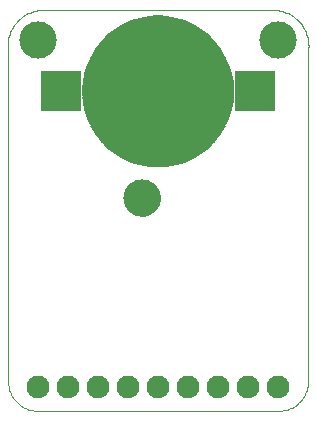
<source format=gbs>
G75*
%MOIN*%
%OFA0B0*%
%FSLAX24Y24*%
%IPPOS*%
%LPD*%
%AMOC8*
5,1,8,0,0,1.08239X$1,22.5*
%
%ADD10C,0.0000*%
%ADD11C,0.1241*%
%ADD12C,0.2560*%
%ADD13R,0.1320X0.1320*%
%ADD14C,0.0050*%
%ADD15C,0.0760*%
D10*
X001756Y001447D02*
X001756Y012403D01*
X001746Y012471D01*
X001741Y012539D01*
X001739Y012607D01*
X001741Y012675D01*
X001747Y012743D01*
X001757Y012811D01*
X001770Y012878D01*
X001788Y012944D01*
X001809Y013009D01*
X001833Y013072D01*
X001861Y013134D01*
X001893Y013195D01*
X001928Y013254D01*
X001966Y013310D01*
X002007Y013365D01*
X002051Y013417D01*
X002098Y013466D01*
X002148Y013513D01*
X002200Y013557D01*
X002255Y013598D01*
X002312Y013635D01*
X002371Y013670D01*
X002431Y013701D01*
X002494Y013729D01*
X002558Y013753D01*
X002623Y013773D01*
X002689Y013790D01*
X002756Y013803D01*
X010756Y013803D01*
X010823Y013790D01*
X010889Y013773D01*
X010954Y013753D01*
X011018Y013729D01*
X011081Y013701D01*
X011141Y013670D01*
X011200Y013635D01*
X011257Y013598D01*
X011312Y013557D01*
X011364Y013513D01*
X011414Y013466D01*
X011461Y013417D01*
X011505Y013365D01*
X011546Y013310D01*
X011584Y013254D01*
X011619Y013195D01*
X011651Y013134D01*
X011679Y013072D01*
X011703Y013009D01*
X011724Y012944D01*
X011742Y012878D01*
X011755Y012811D01*
X011765Y012743D01*
X011771Y012675D01*
X011773Y012607D01*
X011771Y012539D01*
X011766Y012471D01*
X011756Y012403D01*
X011756Y001447D01*
X011754Y001387D01*
X011749Y001326D01*
X011740Y001267D01*
X011727Y001208D01*
X011711Y001149D01*
X011691Y001092D01*
X011668Y001037D01*
X011641Y000982D01*
X011612Y000930D01*
X011579Y000879D01*
X011543Y000830D01*
X011505Y000784D01*
X011463Y000740D01*
X011419Y000698D01*
X011373Y000660D01*
X011324Y000624D01*
X011273Y000591D01*
X011221Y000562D01*
X011166Y000535D01*
X011111Y000512D01*
X011054Y000492D01*
X010995Y000476D01*
X010936Y000463D01*
X010877Y000454D01*
X010816Y000449D01*
X010756Y000447D01*
X002756Y000447D01*
X002696Y000449D01*
X002635Y000454D01*
X002576Y000463D01*
X002517Y000476D01*
X002458Y000492D01*
X002401Y000512D01*
X002346Y000535D01*
X002291Y000562D01*
X002239Y000591D01*
X002188Y000624D01*
X002139Y000660D01*
X002093Y000698D01*
X002049Y000740D01*
X002007Y000784D01*
X001969Y000830D01*
X001933Y000879D01*
X001900Y000930D01*
X001871Y000982D01*
X001844Y001037D01*
X001821Y001092D01*
X001801Y001149D01*
X001785Y001208D01*
X001772Y001267D01*
X001763Y001326D01*
X001758Y001387D01*
X001756Y001447D01*
X005630Y007544D02*
X005632Y007592D01*
X005638Y007640D01*
X005648Y007687D01*
X005661Y007733D01*
X005679Y007778D01*
X005699Y007822D01*
X005724Y007864D01*
X005752Y007903D01*
X005782Y007940D01*
X005816Y007974D01*
X005853Y008006D01*
X005891Y008035D01*
X005932Y008060D01*
X005975Y008082D01*
X006020Y008100D01*
X006066Y008114D01*
X006113Y008125D01*
X006161Y008132D01*
X006209Y008135D01*
X006257Y008134D01*
X006305Y008129D01*
X006353Y008120D01*
X006399Y008108D01*
X006444Y008091D01*
X006488Y008071D01*
X006530Y008048D01*
X006570Y008021D01*
X006608Y007991D01*
X006643Y007958D01*
X006675Y007922D01*
X006705Y007884D01*
X006731Y007843D01*
X006753Y007800D01*
X006773Y007756D01*
X006788Y007711D01*
X006800Y007664D01*
X006808Y007616D01*
X006812Y007568D01*
X006812Y007520D01*
X006808Y007472D01*
X006800Y007424D01*
X006788Y007377D01*
X006773Y007332D01*
X006753Y007288D01*
X006731Y007245D01*
X006705Y007204D01*
X006675Y007166D01*
X006643Y007130D01*
X006608Y007097D01*
X006570Y007067D01*
X006530Y007040D01*
X006488Y007017D01*
X006444Y006997D01*
X006399Y006980D01*
X006353Y006968D01*
X006305Y006959D01*
X006257Y006954D01*
X006209Y006953D01*
X006161Y006956D01*
X006113Y006963D01*
X006066Y006974D01*
X006020Y006988D01*
X005975Y007006D01*
X005932Y007028D01*
X005891Y007053D01*
X005853Y007082D01*
X005816Y007114D01*
X005782Y007148D01*
X005752Y007185D01*
X005724Y007224D01*
X005699Y007266D01*
X005679Y007310D01*
X005661Y007355D01*
X005648Y007401D01*
X005638Y007448D01*
X005632Y007496D01*
X005630Y007544D01*
D11*
X006221Y007544D03*
X002756Y012803D03*
X010756Y012803D03*
D12*
X006756Y011097D03*
D13*
X003518Y011097D03*
X009994Y011097D03*
D14*
X009256Y011097D02*
X009238Y010795D01*
X009183Y010498D01*
X009094Y010210D01*
X008970Y009935D01*
X008814Y009677D01*
X008627Y009439D01*
X008414Y009225D01*
X005099Y009225D01*
X005098Y009225D02*
X005336Y009039D01*
X005594Y008883D01*
X005870Y008759D01*
X006158Y008669D01*
X006455Y008615D01*
X006756Y008597D01*
X007057Y008615D01*
X007354Y008669D01*
X007643Y008759D01*
X007918Y008883D01*
X008176Y009039D01*
X008414Y009225D01*
X008462Y009274D02*
X005050Y009274D01*
X005001Y009322D02*
X008511Y009322D01*
X008559Y009371D02*
X004953Y009371D01*
X004904Y009419D02*
X008608Y009419D01*
X008650Y009468D02*
X004862Y009468D01*
X004885Y009439D02*
X005098Y009225D01*
X005160Y009177D02*
X008352Y009177D01*
X008290Y009128D02*
X005222Y009128D01*
X005284Y009080D02*
X008228Y009080D01*
X008163Y009031D02*
X005349Y009031D01*
X005429Y008983D02*
X008083Y008983D01*
X008003Y008934D02*
X005510Y008934D01*
X005590Y008886D02*
X007922Y008886D01*
X007816Y008837D02*
X005696Y008837D01*
X005804Y008789D02*
X007708Y008789D01*
X007582Y008740D02*
X005930Y008740D01*
X006086Y008692D02*
X007426Y008692D01*
X007212Y008643D02*
X006300Y008643D01*
X004885Y009439D02*
X004699Y009677D01*
X004542Y009935D01*
X004419Y010210D01*
X004329Y010498D01*
X004274Y010795D01*
X004256Y011097D01*
X004274Y011398D01*
X004329Y011695D01*
X004419Y011983D01*
X004542Y012258D01*
X004699Y012517D01*
X004885Y012754D01*
X005098Y012968D01*
X005336Y013154D01*
X005594Y013310D01*
X005870Y013434D01*
X006158Y013524D01*
X006455Y013578D01*
X006756Y013597D01*
X007057Y013578D01*
X007354Y013524D01*
X007643Y013434D01*
X007918Y013310D01*
X008176Y013154D01*
X008414Y012968D01*
X008627Y012754D01*
X008814Y012517D01*
X008970Y012258D01*
X009094Y011983D01*
X009183Y011695D01*
X009238Y011398D01*
X009256Y011097D01*
X009255Y011117D02*
X004257Y011117D01*
X004260Y011165D02*
X009252Y011165D01*
X009249Y011214D02*
X004263Y011214D01*
X004266Y011262D02*
X009246Y011262D01*
X009243Y011311D02*
X004269Y011311D01*
X004272Y011359D02*
X009240Y011359D01*
X009236Y011408D02*
X004276Y011408D01*
X004285Y011456D02*
X009227Y011456D01*
X009218Y011505D02*
X004294Y011505D01*
X004303Y011553D02*
X009209Y011553D01*
X009201Y011602D02*
X004312Y011602D01*
X004321Y011650D02*
X009192Y011650D01*
X009182Y011699D02*
X004330Y011699D01*
X004345Y011747D02*
X009167Y011747D01*
X009152Y011796D02*
X004360Y011796D01*
X004375Y011844D02*
X009137Y011844D01*
X009122Y011893D02*
X004390Y011893D01*
X004406Y011941D02*
X009107Y011941D01*
X009091Y011990D02*
X004422Y011990D01*
X004443Y012038D02*
X009069Y012038D01*
X009047Y012087D02*
X004465Y012087D01*
X004487Y012135D02*
X009025Y012135D01*
X009003Y012184D02*
X004509Y012184D01*
X004531Y012232D02*
X008982Y012232D01*
X008956Y012281D02*
X004556Y012281D01*
X004585Y012329D02*
X008927Y012329D01*
X008898Y012378D02*
X004615Y012378D01*
X004644Y012426D02*
X008868Y012426D01*
X008839Y012475D02*
X004673Y012475D01*
X004704Y012523D02*
X008809Y012523D01*
X008771Y012572D02*
X004742Y012572D01*
X004780Y012620D02*
X008733Y012620D01*
X008695Y012669D02*
X004818Y012669D01*
X004856Y012717D02*
X008657Y012717D01*
X008616Y012766D02*
X004896Y012766D01*
X004945Y012814D02*
X008568Y012814D01*
X008519Y012863D02*
X004993Y012863D01*
X005042Y012911D02*
X008471Y012911D01*
X008422Y012960D02*
X005090Y012960D01*
X005150Y013008D02*
X008363Y013008D01*
X008301Y013057D02*
X005212Y013057D01*
X005274Y013105D02*
X008239Y013105D01*
X008177Y013154D02*
X005335Y013154D01*
X005416Y013202D02*
X008097Y013202D01*
X008016Y013251D02*
X005496Y013251D01*
X005576Y013299D02*
X007936Y013299D01*
X007835Y013348D02*
X005677Y013348D01*
X005785Y013396D02*
X007727Y013396D01*
X007609Y013445D02*
X005903Y013445D01*
X006059Y013493D02*
X007453Y013493D01*
X007258Y013542D02*
X006254Y013542D01*
X006650Y013590D02*
X006862Y013590D01*
X009254Y011068D02*
X004258Y011068D01*
X004261Y011020D02*
X009251Y011020D01*
X009249Y010971D02*
X004264Y010971D01*
X004267Y010923D02*
X009246Y010923D01*
X009243Y010874D02*
X004270Y010874D01*
X004273Y010826D02*
X009240Y010826D01*
X009235Y010777D02*
X004278Y010777D01*
X004287Y010729D02*
X009226Y010729D01*
X009217Y010680D02*
X004295Y010680D01*
X004304Y010632D02*
X009208Y010632D01*
X009199Y010583D02*
X004313Y010583D01*
X004322Y010535D02*
X009190Y010535D01*
X009180Y010486D02*
X004333Y010486D01*
X004348Y010438D02*
X009165Y010438D01*
X009149Y010389D02*
X004363Y010389D01*
X004378Y010341D02*
X009134Y010341D01*
X009119Y010292D02*
X004393Y010292D01*
X004408Y010244D02*
X009104Y010244D01*
X009087Y010195D02*
X004425Y010195D01*
X004447Y010147D02*
X009065Y010147D01*
X009043Y010098D02*
X004469Y010098D01*
X004491Y010050D02*
X009021Y010050D01*
X009000Y010001D02*
X004513Y010001D01*
X004534Y009953D02*
X008978Y009953D01*
X008951Y009904D02*
X004561Y009904D01*
X004590Y009856D02*
X008922Y009856D01*
X008893Y009807D02*
X004620Y009807D01*
X004649Y009759D02*
X008863Y009759D01*
X008834Y009710D02*
X004678Y009710D01*
X004710Y009662D02*
X008802Y009662D01*
X008764Y009613D02*
X004748Y009613D01*
X004786Y009565D02*
X008726Y009565D01*
X008688Y009516D02*
X004824Y009516D01*
D15*
X004756Y001247D03*
X005756Y001247D03*
X006756Y001247D03*
X007756Y001247D03*
X008756Y001247D03*
X009756Y001247D03*
X010756Y001247D03*
X003756Y001247D03*
X002756Y001247D03*
M02*

</source>
